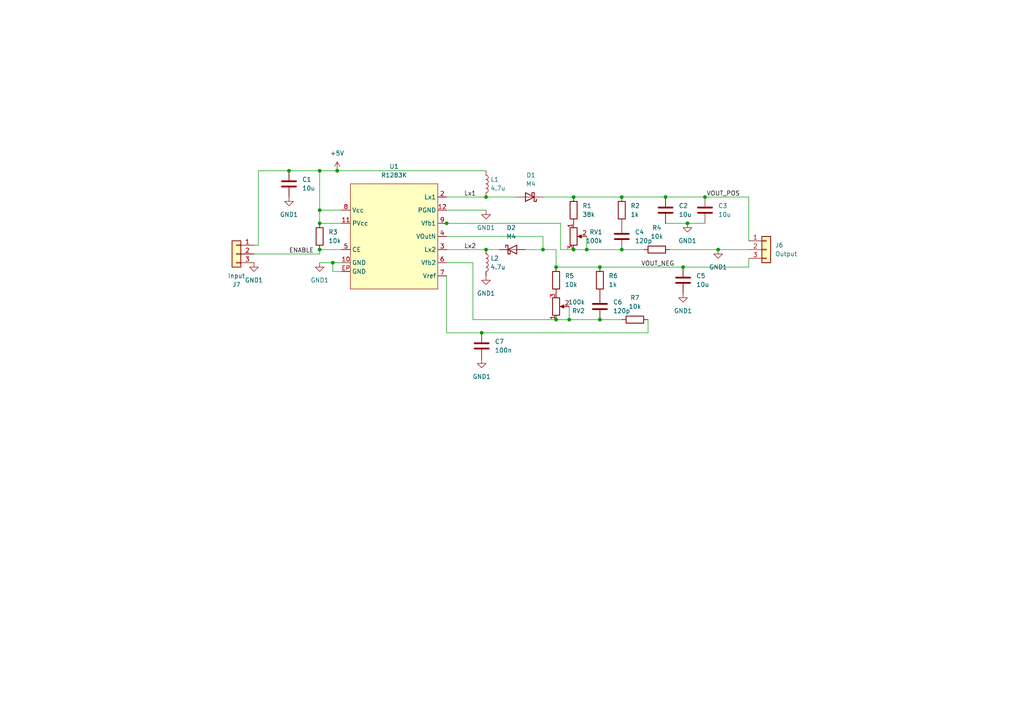
<source format=kicad_sch>
(kicad_sch (version 20231120) (generator "eeschema") (generator_version "8.0")
  (paper "A4")
  (lib_symbols
    (symbol "Connector_Generic:Conn_01x03" (pin_names (offset 1.016) hide)
      (property "Reference" "J" (at 0 5.08 0))
      (property "Value" "Conn_01x03" (at 0 -5.08 0))
      (symbol "Conn_01x03_1_1"
        (rectangle (start -1.27 -2.413) (end 0 -2.667) (stroke (width 0.1524)))
        (rectangle (start -1.27 0.127) (end 0 -0.127) (stroke (width 0.1524)))
        (rectangle (start -1.27 2.667) (end 0 2.413) (stroke (width 0.1524)))
        (rectangle (start -1.27 3.81) (end 1.27 -3.81) (stroke (width 0.254)) (fill (type background)))
        (pin passive line (at -5.08 2.54 0) (length 3.81) (name "Pin_1") (number "1"))
        (pin passive line (at -5.08 0 0) (length 3.81) (name "Pin_2") (number "2"))
        (pin passive line (at -5.08 -2.54 0) (length 3.81) (name "Pin_3") (number "3"))
      )
    )
    (symbol "Custom:R1283Z"
      (property "Reference" "U" (at 0 16.256 0))
      (property "Value" "R1283Z" (at -0.254 -18.796 0))
      (symbol "R1283Z_0_1"
        (rectangle (start -12.7 15.24) (end 12.7 -15.24) (fill (type background)))
      )
      (symbol "R1283Z_1_1"
        (pin no_connect line (at -2.54 -17.78 90) (length 2.54) hide (name "NC") (number "1"))
        (pin power_in line (at -15.24 -7.62 0) (length 2.54) (name "GND") (number "10"))
        (pin power_in line (at -15.24 3.81 0) (length 2.54) (name "PVcc") (number "11"))
        (pin power_out line (at 15.24 7.62 180) (length 2.54) (name "PGND") (number "12"))
        (pin output line (at 15.24 11.43 180) (length 2.54) (name "Lx1") (number "2"))
        (pin power_out line (at 15.24 -3.81 180) (length 2.54) (name "Lx2") (number "3"))
        (pin power_out line (at 15.24 0 180) (length 2.54) (name "VOutN") (number "4"))
        (pin input line (at -15.24 -3.81 0) (length 2.54) (name "CE") (number "5"))
        (pin input line (at 15.24 -7.62 180) (length 2.54) (name "Vfb2") (number "6"))
        (pin input line (at 15.24 -11.43 180) (length 2.54) (name "Vref") (number "7"))
        (pin power_in line (at -15.24 7.62 0) (length 2.54) (name "Vcc") (number "8"))
        (pin input line (at 15.24 3.81 180) (length 2.54) (name "Vfb1") (number "9"))
        (pin power_in line (at -15.24 -10.16 0) (length 2.54) (name "GND") (number "EP"))
      )
    )
    (symbol "Device:C" (pin_numbers hide) (pin_names (offset 0.254))
      (property "Reference" "C" (at 0.635 2.54 0))
      (property "Value" "C" (at 0.635 -2.54 0))
      (symbol "C_0_1"
        (polyline (pts (xy -2.032 -0.762) (xy 2.032 -0.762)) (stroke (width 0.508)))
        (polyline (pts (xy -2.032 0.762) (xy 2.032 0.762)) (stroke (width 0.508)))
      )
      (symbol "C_1_1"
        (pin passive line (at 0 3.81 270) (length 2.794) (name "~") (number "1"))
        (pin passive line (at 0 -3.81 90) (length 2.794) (name "~") (number "2"))
      )
    )
    (symbol "Device:D_Schottky" (pin_numbers hide) (pin_names (offset 1.016) hide)
      (property "Reference" "D" (at 0 2.54 0))
      (property "Value" "D_Schottky" (at 0 -2.54 0))
      (symbol "D_Schottky_0_1"
        (polyline (pts (xy 1.27 0) (xy -1.27 0)))
        (polyline (pts (xy 1.27 1.27) (xy 1.27 -1.27) (xy -1.27 0) (xy 1.27 1.27)) (stroke (width 0.254)))
        (polyline (pts (xy -1.905 0.635) (xy -1.905 1.27) (xy -1.27 1.27) (xy -1.27 -1.27) (xy -0.635 -1.27) (xy -0.635 -0.635)) (stroke (width 0.254)))
      )
      (symbol "D_Schottky_1_1"
        (pin passive line (at -3.81 0 0) (length 2.54) (name "K") (number "1"))
        (pin passive line (at 3.81 0 180) (length 2.54) (name "A") (number "2"))
      )
    )
    (symbol "Device:L" (pin_numbers hide) (pin_names (offset 1.016) hide)
      (property "Reference" "L" (at -1.27 0 90))
      (property "Value" "L" (at 1.905 0 90))
      (symbol "L_0_1"
        (arc (start 0 -2.54) (mid 0.6323 -1.905) (end 0 -1.27))
        (arc (start 0 -1.27) (mid 0.6323 -0.635) (end 0 0))
        (arc (start 0 0) (mid 0.6323 0.635) (end 0 1.27))
        (arc (start 0 1.27) (mid 0.6323 1.905) (end 0 2.54))
      )
      (symbol "L_1_1"
        (pin passive line (at 0 3.81 270) (length 1.27) (name "1") (number "1"))
        (pin passive line (at 0 -3.81 90) (length 1.27) (name "2") (number "2"))
      )
    )
    (symbol "Device:R" (pin_numbers hide) (pin_names (offset 0))
      (property "Reference" "R" (at 2.032 0 90))
      (property "Value" "R" (at 0 0 90))
      (symbol "R_0_1"
        (rectangle (start -1.016 -2.54) (end 1.016 2.54) (stroke (width 0.254)))
      )
      (symbol "R_1_1"
        (pin passive line (at 0 3.81 270) (length 1.27) (name "~") (number "1"))
        (pin passive line (at 0 -3.81 90) (length 1.27) (name "~") (number "2"))
      )
    )
    (symbol "Device:R_Potentiometer" (pin_names (offset 1.016) hide)
      (property "Reference" "RV" (at -4.445 0 90))
      (property "Value" "R_Potentiometer" (at -2.54 0 90))
      (symbol "R_Potentiometer_0_1"
        (polyline (pts (xy 2.54 0) (xy 1.524 0)))
        (polyline (pts (xy 1.143 0) (xy 2.286 0.508) (xy 2.286 -0.508) (xy 1.143 0)) (fill (type outline)))
        (rectangle (start 1.016 2.54) (end -1.016 -2.54) (stroke (width 0.254)))
      )
      (symbol "R_Potentiometer_1_1"
        (pin passive line (at 0 3.81 270) (length 1.27) (name "1") (number "1"))
        (pin passive line (at 3.81 0 180) (length 1.27) (name "2") (number "2"))
        (pin passive line (at 0 -3.81 90) (length 1.27) (name "3") (number "3"))
      )
    )
    (symbol "power:+5V" (power) (pin_names (offset 0))
      (property "Value" "+5V" (at 0 3.556 0))
      (symbol "+5V_0_1"
        (polyline (pts (xy -0.762 1.27) (xy 0 2.54)))
        (polyline (pts (xy 0 0) (xy 0 2.54)))
        (polyline (pts (xy 0 2.54) (xy 0.762 1.27)))
      )
      (symbol "+5V_1_1"
        (pin power_in line (at 0 0 90) (length 0) hide (name "+5V") (number "1"))
      )
    )
    (symbol "power:GND1" (power) (pin_names (offset 0))
      (property "Value" "GND1" (at 0 -3.81 0))
      (symbol "GND1_0_1"
        (polyline (pts (xy 0 0) (xy 0 -1.27) (xy 1.27 -1.27) (xy 0 -2.54) (xy -1.27 -1.27) (xy 0 -1.27)))
      )
      (symbol "GND1_1_1"
        (pin power_in line (at 0 0 270) (length 0) hide (name "GND1") (number "1"))
      )
    )
  )
  (junction (at 204.47 57.15))
  (junction (at 92.71 64.77))
  (junction (at 129.54 64.77))
  (junction (at 96.52 76.2))
  (junction (at 97.79 49.53))
  (junction (at 161.29 77.47))
  (junction (at 83.82 49.53))
  (junction (at 157.48 72.39))
  (junction (at 165.1 92.71))
  (junction (at 161.29 92.71))
  (junction (at 173.99 77.47))
  (junction (at 166.37 72.39))
  (junction (at 173.99 92.71))
  (junction (at 199.39 64.77))
  (junction (at 140.97 72.39))
  (junction (at 92.71 60.96))
  (junction (at 166.37 57.15))
  (junction (at 180.34 72.39))
  (junction (at 198.12 77.47))
  (junction (at 140.97 57.15))
  (junction (at 180.34 57.15))
  (junction (at 139.7 96.52))
  (junction (at 170.18 72.39))
  (junction (at 92.71 49.53))
  (junction (at 92.71 72.39))
  (junction (at 193.04 57.15))
  (junction (at 208.28 72.39))
  (wire (pts (xy 96.52 76.2) (xy 99.06 76.2)))
  (wire (pts (xy 157.48 57.15) (xy 166.37 57.15)))
  (wire (pts (xy 180.34 72.39) (xy 186.69 72.39)))
  (wire (pts (xy 162.56 72.39) (xy 166.37 72.39)))
  (wire (pts (xy 170.18 68.58) (xy 170.18 72.39)))
  (wire (pts (xy 173.99 92.71) (xy 180.34 92.71)))
  (wire (pts (xy 129.54 96.52) (xy 129.54 80.01)))
  (wire (pts (xy 129.54 72.39) (xy 140.97 72.39)))
  (wire (pts (xy 83.82 49.53) (xy 92.71 49.53)))
  (wire (pts (xy 74.93 49.53) (xy 83.82 49.53)))
  (wire (pts (xy 165.1 88.9) (xy 165.1 92.71)))
  (wire (pts (xy 73.66 73.66) (xy 92.71 73.66)))
  (wire (pts (xy 199.39 64.77) (xy 204.47 64.77)))
  (wire (pts (xy 208.28 72.39) (xy 194.31 72.39)))
  (wire (pts (xy 73.66 71.12) (xy 74.93 71.12)))
  (wire (pts (xy 157.48 68.58) (xy 157.48 72.39)))
  (wire (pts (xy 129.54 68.58) (xy 157.48 68.58)))
  (wire (pts (xy 99.06 78.74) (xy 96.52 78.74)))
  (wire (pts (xy 92.71 76.2) (xy 96.52 76.2)))
  (wire (pts (xy 157.48 72.39) (xy 161.29 72.39)))
  (wire (pts (xy 193.04 64.77) (xy 199.39 64.77)))
  (wire (pts (xy 128.27 64.77) (xy 129.54 64.77)))
  (wire (pts (xy 129.54 60.96) (xy 140.97 60.96)))
  (wire (pts (xy 92.71 49.53) (xy 92.71 60.96)))
  (wire (pts (xy 208.28 72.39) (xy 217.17 72.39)))
  (wire (pts (xy 139.7 96.52) (xy 129.54 96.52)))
  (wire (pts (xy 161.29 77.47) (xy 173.99 77.47)))
  (wire (pts (xy 92.71 60.96) (xy 99.06 60.96)))
  (wire (pts (xy 170.18 72.39) (xy 180.34 72.39)))
  (wire (pts (xy 166.37 57.15) (xy 180.34 57.15)))
  (wire (pts (xy 165.1 92.71) (xy 173.99 92.71)))
  (wire (pts (xy 129.54 64.77) (xy 162.56 64.77)))
  (wire (pts (xy 217.17 77.47) (xy 217.17 74.93)))
  (wire (pts (xy 129.54 76.2) (xy 137.16 76.2)))
  (wire (pts (xy 96.52 78.74) (xy 96.52 76.2)))
  (wire (pts (xy 180.34 57.15) (xy 193.04 57.15)))
  (wire (pts (xy 92.71 73.66) (xy 92.71 72.39)))
  (wire (pts (xy 187.96 96.52) (xy 139.7 96.52)))
  (wire (pts (xy 92.71 49.53) (xy 97.79 49.53)))
  (wire (pts (xy 173.99 77.47) (xy 198.12 77.47)))
  (wire (pts (xy 166.37 72.39) (xy 170.18 72.39)))
  (wire (pts (xy 217.17 57.15) (xy 217.17 69.85)))
  (wire (pts (xy 204.47 57.15) (xy 217.17 57.15)))
  (wire (pts (xy 187.96 92.71) (xy 187.96 96.52)))
  (wire (pts (xy 99.06 72.39) (xy 92.71 72.39)))
  (wire (pts (xy 97.79 49.53) (xy 140.97 49.53)))
  (wire (pts (xy 129.54 57.15) (xy 140.97 57.15)))
  (wire (pts (xy 161.29 92.71) (xy 165.1 92.71)))
  (wire (pts (xy 140.97 72.39) (xy 144.78 72.39)))
  (wire (pts (xy 74.93 71.12) (xy 74.93 49.53)))
  (wire (pts (xy 92.71 64.77) (xy 99.06 64.77)))
  (wire (pts (xy 193.04 57.15) (xy 204.47 57.15)))
  (wire (pts (xy 157.48 72.39) (xy 152.4 72.39)))
  (wire (pts (xy 137.16 76.2) (xy 137.16 92.71)))
  (wire (pts (xy 198.12 77.47) (xy 217.17 77.47)))
  (wire (pts (xy 140.97 57.15) (xy 149.86 57.15)))
  (wire (pts (xy 161.29 72.39) (xy 161.29 77.47)))
  (wire (pts (xy 92.71 60.96) (xy 92.71 64.77)))
  (wire (pts (xy 137.16 92.71) (xy 161.29 92.71)))
  (wire (pts (xy 162.56 64.77) (xy 162.56 72.39)))
  (label "Lx2" (at 134.62 72.39 0))
  (label "ENABLE" (at 83.82 73.66 0))
  (label "VOUT_POS" (at 214.63 57.15 180))
  (label "Lx1" (at 134.62 57.15 0))
  (label "VOUT_NEG" (at 195.58 77.47 180))
  (symbol (lib_id "Device:R") (at 161.29 81.28 0) (unit 1)
    (property "Reference" "R5" (at 163.83 80.0099 0) (effects (justify left)))
    (property "Value" "10k" (at 163.83 82.5499 0) (effects (justify left)))
    (property "Footprint" "Resistor_SMD:R_0805_2012Metric_Pad1.20x1.40mm_HandSolder" (effects (hide yes)))
    (property "Description" "Resistor" (effects (hide yes)))
  )
  (symbol (lib_id "Device:C") (at 180.34 68.58 0) (unit 1)
    (property "Reference" "C4" (at 184.15 67.3099 0) (effects (justify left)))
    (property "Value" "120p" (at 184.15 69.8499 0) (effects (justify left)))
    (property "Footprint" "Capacitor_SMD:C_0805_2012Metric_Pad1.18x1.45mm_HandSolder" (effects (hide yes)))
    (property "Description" "Unpolarized capacitor" (effects (hide yes)))
  )
  (symbol (lib_id "Device:C") (at 193.04 60.96 0) (unit 1)
    (property "Reference" "C2" (at 196.85 59.6899 0) (effects (justify left)))
    (property "Value" "10u" (at 196.85 62.2299 0) (effects (justify left)))
    (property "Footprint" "Capacitor_SMD:C_0805_2012Metric_Pad1.18x1.45mm_HandSolder" (effects (hide yes)))
    (property "Description" "Unpolarized capacitor" (effects (hide yes)))
  )
  (symbol (lib_id "Device:R_Potentiometer") (at 161.29 88.9 0) (mirror x) (unit 1)
    (property "Reference" "RV2" (at 169.672 90.17 0) (effects (justify right)))
    (property "Value" "100k" (at 169.672 87.63 0) (effects (justify right)))
    (property "Footprint" "misc:trim_pot" (effects (hide yes)))
    (property "Description" "Potentiometer" (effects (hide yes)))
  )
  (symbol (lib_id "power:+5V") (at 97.79 49.53 0) (unit 1)
    (property "Reference" "#PWR013" (effects (hide yes)))
    (property "Value" "+5V" (at 97.79 44.45 0))
    (property "Description" "Power symbol creates a global label with name \"+5V\"" (effects (hide yes)))
  )
  (symbol (lib_id "power:GND1") (at 140.97 80.01 0) (unit 1)
    (property "Reference" "#PWR026" (effects (hide yes)))
    (property "Value" "GND1" (at 140.97 85.09 0))
    (property "Description" "Power symbol creates a global label with name \"GND1\" , ground" (effects (hide yes)))
  )
  (symbol (lib_id "power:GND1") (at 140.97 60.96 0) (unit 1)
    (property "Reference" "#PWR015" (effects (hide yes)))
    (property "Value" "GND1" (at 140.97 66.04 0))
    (property "Description" "Power symbol creates a global label with name \"GND1\" , ground" (effects (hide yes)))
  )
  (symbol (lib_id "Device:D_Schottky") (at 148.59 72.39 0) (unit 1)
    (property "Reference" "D2" (at 148.2725 66.04 0))
    (property "Value" "M4" (at 148.2725 68.58 0))
    (property "Footprint" "Diode_SMD:D_SMA_Handsoldering" (effects (hide yes)))
    (property "Description" "Schottky diode" (effects (hide yes)))
  )
  (symbol (lib_id "Device:C") (at 83.82 53.34 0) (unit 1)
    (property "Reference" "C1" (at 87.63 52.0699 0) (effects (justify left)))
    (property "Value" "10u" (at 87.63 54.6099 0) (effects (justify left)))
    (property "Footprint" "Capacitor_SMD:C_0805_2012Metric_Pad1.18x1.45mm_HandSolder" (effects (hide yes)))
    (property "Description" "Unpolarized capacitor" (effects (hide yes)))
  )
  (symbol (lib_id "power:GND1") (at 73.66 76.2 0) (unit 1)
    (property "Reference" "#PWR024" (effects (hide yes)))
    (property "Value" "GND1" (at 73.66 81.28 0))
    (property "Description" "Power symbol creates a global label with name \"GND1\" , ground" (effects (hide yes)))
  )
  (symbol (lib_id "Device:R_Potentiometer") (at 166.37 68.58 0) (unit 1)
    (property "Reference" "RV1" (at 174.752 67.31 0) (effects (justify right)))
    (property "Value" "100k" (at 174.752 69.85 0) (effects (justify right)))
    (property "Footprint" "misc:trim_pot" (effects (hide yes)))
    (property "Description" "Potentiometer" (effects (hide yes)))
  )
  (symbol (lib_id "Device:R") (at 190.5 72.39 90) (unit 1)
    (property "Reference" "R4" (at 190.5 66.04 90))
    (property "Value" "10k" (at 190.5 68.58 90))
    (property "Footprint" "Resistor_SMD:R_0805_2012Metric_Pad1.20x1.40mm_HandSolder" (effects (hide yes)))
    (property "Description" "Resistor" (effects (hide yes)))
  )
  (symbol (lib_id "Device:C") (at 173.99 88.9 0) (unit 1)
    (property "Reference" "C6" (at 177.8 87.6299 0) (effects (justify left)))
    (property "Value" "120p" (at 177.8 90.1699 0) (effects (justify left)))
    (property "Footprint" "Capacitor_SMD:C_0805_2012Metric_Pad1.18x1.45mm_HandSolder" (effects (hide yes)))
    (property "Description" "Unpolarized capacitor" (effects (hide yes)))
  )
  (symbol (lib_id "Device:L") (at 140.97 53.34 0) (unit 1)
    (property "Reference" "L1" (at 142.24 52.0699 0) (effects (justify left)))
    (property "Value" "4.7u" (at 142.24 54.6099 0) (effects (justify left)))
    (property "Footprint" "Inductor_SMD:L_Wuerth_HCI-5040" (effects (hide yes)))
    (property "Description" "Inductor" (effects (hide yes)))
  )
  (symbol (lib_id "Device:R") (at 166.37 60.96 0) (unit 1)
    (property "Reference" "R1" (at 168.91 59.6899 0) (effects (justify left)))
    (property "Value" "38k" (at 168.91 62.2299 0) (effects (justify left)))
    (property "Footprint" "Resistor_SMD:R_0805_2012Metric_Pad1.20x1.40mm_HandSolder" (effects (hide yes)))
    (property "Description" "Resistor" (effects (hide yes)))
  )
  (symbol (lib_id "Device:C") (at 198.12 81.28 0) (unit 1)
    (property "Reference" "C5" (at 201.93 80.0099 0) (effects (justify left)))
    (property "Value" "10u" (at 201.93 82.5499 0) (effects (justify left)))
    (property "Footprint" "Capacitor_SMD:C_0805_2012Metric_Pad1.18x1.45mm_HandSolder" (effects (hide yes)))
    (property "Description" "Unpolarized capacitor" (effects (hide yes)))
  )
  (symbol (lib_id "Connector_Generic:Conn_01x03") (at 68.58 73.66 0) (mirror y) (unit 1)
    (property "Reference" "J7" (at 68.58 82.55 0))
    (property "Value" "Input" (at 68.58 80.01 0))
    (property "Footprint" "misc:sip_edge_3" (effects (hide yes)))
    (property "Description" "Generic connector, single row, 01x03, script generated (kicad-library-utils/schlib/autogen/connector/)" (effects (hide yes)))
  )
  (symbol (lib_id "Device:R") (at 173.99 81.28 0) (unit 1)
    (property "Reference" "R6" (at 176.53 80.0099 0) (effects (justify left)))
    (property "Value" "1k" (at 176.53 82.5499 0) (effects (justify left)))
    (property "Footprint" "Resistor_SMD:R_0805_2012Metric_Pad1.20x1.40mm_HandSolder" (effects (hide yes)))
    (property "Description" "Resistor" (effects (hide yes)))
  )
  (symbol (lib_id "Device:R") (at 92.71 68.58 0) (unit 1)
    (property "Reference" "R3" (at 95.25 67.3099 0) (effects (justify left)))
    (property "Value" "10k" (at 95.25 69.8499 0) (effects (justify left)))
    (property "Footprint" "Resistor_SMD:R_0805_2012Metric_Pad1.20x1.40mm_HandSolder" (effects (hide yes)))
    (property "Description" "Resistor" (effects (hide yes)))
  )
  (symbol (lib_id "power:GND1") (at 139.7 104.14 0) (unit 1)
    (property "Reference" "#PWR028" (effects (hide yes)))
    (property "Value" "GND1" (at 139.7 109.22 0))
    (property "Description" "Power symbol creates a global label with name \"GND1\" , ground" (effects (hide yes)))
  )
  (symbol (lib_id "Device:D_Schottky") (at 153.67 57.15 180) (unit 1)
    (property "Reference" "D1" (at 153.9875 50.8 0))
    (property "Value" "M4" (at 153.9875 53.34 0))
    (property "Footprint" "Diode_SMD:D_SMA_Handsoldering" (effects (hide yes)))
    (property "Description" "Schottky diode" (effects (hide yes)))
  )
  (symbol (lib_id "power:GND1") (at 83.82 57.15 0) (unit 1)
    (property "Reference" "#PWR014" (effects (hide yes)))
    (property "Value" "GND1" (at 83.82 62.23 0))
    (property "Description" "Power symbol creates a global label with name \"GND1\" , ground" (effects (hide yes)))
  )
  (symbol (lib_id "Device:R") (at 184.15 92.71 90) (unit 1)
    (property "Reference" "R7" (at 184.15 86.36 90))
    (property "Value" "10k" (at 184.15 88.9 90))
    (property "Footprint" "Resistor_SMD:R_0805_2012Metric_Pad1.20x1.40mm_HandSolder" (effects (hide yes)))
    (property "Description" "Resistor" (effects (hide yes)))
  )
  (symbol (lib_id "Device:L") (at 140.97 76.2 0) (unit 1)
    (property "Reference" "L2" (at 142.24 74.9299 0) (effects (justify left)))
    (property "Value" "4.7u" (at 142.24 77.4699 0) (effects (justify left)))
    (property "Footprint" "Inductor_SMD:L_Wuerth_HCI-5040" (effects (hide yes)))
    (property "Description" "Inductor" (effects (hide yes)))
  )
  (symbol (lib_id "Device:R") (at 180.34 60.96 0) (unit 1)
    (property "Reference" "R2" (at 182.88 59.6899 0) (effects (justify left)))
    (property "Value" "1k" (at 182.88 62.2299 0) (effects (justify left)))
    (property "Footprint" "Resistor_SMD:R_0805_2012Metric_Pad1.20x1.40mm_HandSolder" (effects (hide yes)))
    (property "Description" "Resistor" (effects (hide yes)))
  )
  (symbol (lib_id "power:GND1") (at 92.71 76.2 0) (unit 1)
    (property "Reference" "#PWR025" (effects (hide yes)))
    (property "Value" "GND1" (at 92.71 81.28 0))
    (property "Description" "Power symbol creates a global label with name \"GND1\" , ground" (effects (hide yes)))
  )
  (symbol (lib_id "Connector_Generic:Conn_01x03") (at 222.25 72.39 0) (unit 1)
    (property "Reference" "J6" (at 224.79 71.1199 0) (effects (justify left)))
    (property "Value" "Output" (at 224.79 73.6599 0) (effects (justify left)))
    (property "Footprint" "misc:sip_edge_3" (effects (hide yes)))
    (property "Description" "Generic connector, single row, 01x03, script generated (kicad-library-utils/schlib/autogen/connector/)" (effects (hide yes)))
  )
  (symbol (lib_id "power:GND1") (at 198.12 85.09 0) (unit 1)
    (property "Reference" "#PWR027" (effects (hide yes)))
    (property "Value" "GND1" (at 198.12 90.17 0))
    (property "Description" "Power symbol creates a global label with name \"GND1\" , ground" (effects (hide yes)))
  )
  (symbol (lib_id "power:GND1") (at 199.39 64.77 0) (unit 1)
    (property "Reference" "#PWR022" (effects (hide yes)))
    (property "Value" "GND1" (at 199.39 69.85 0))
    (property "Description" "Power symbol creates a global label with name \"GND1\" , ground" (effects (hide yes)))
  )
  (symbol (lib_id "power:GND1") (at 208.28 72.39 0) (unit 1)
    (property "Reference" "#PWR023" (effects (hide yes)))
    (property "Value" "GND1" (at 208.28 77.47 0))
    (property "Description" "Power symbol creates a global label with name \"GND1\" , ground" (effects (hide yes)))
  )
  (symbol (lib_id "Custom:R1283Z") (at 114.3 68.58 0) (unit 1)
    (property "Reference" "U1" (at 114.3 48.26 0))
    (property "Value" "R1283K" (at 114.3 50.8 0))
    (property "Footprint" "misc:DFN-12-1EP_3x3mm_P0.5mm_EP1.6x2.5mm_hole" (effects (hide yes)))
  )
  (symbol (lib_id "Device:C") (at 204.47 60.96 0) (unit 1)
    (property "Reference" "C3" (at 208.28 59.6899 0) (effects (justify left)))
    (property "Value" "10u" (at 208.28 62.2299 0) (effects (justify left)))
    (property "Footprint" "Capacitor_SMD:C_0805_2012Metric_Pad1.18x1.45mm_HandSolder" (effects (hide yes)))
    (property "Description" "Unpolarized capacitor" (effects (hide yes)))
  )
  (symbol (lib_id "Device:C") (at 139.7 100.33 0) (unit 1)
    (property "Reference" "C7" (at 143.51 99.0599 0) (effects (justify left)))
    (property "Value" "100n" (at 143.51 101.5999 0) (effects (justify left)))
    (property "Footprint" "Capacitor_SMD:C_0805_2012Metric_Pad1.18x1.45mm_HandSolder" (effects (hide yes)))
    (property "Description" "Unpolarized capacitor" (effects (hide yes)))
  )
)
</source>
